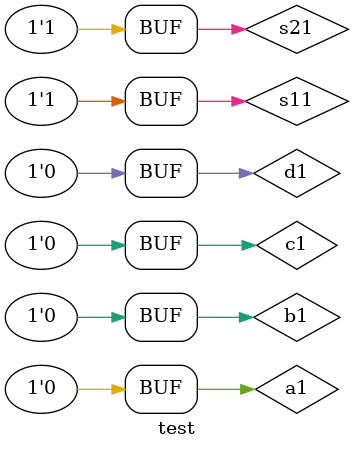
<source format=v>
module mux41(s1,s2,a,b,c,d,x);
    input s1,s2,a,b,c,d;
    output x;
    assign x=~s1&~s2&a|~s1&s2&b|s1&~s2&c|s1&s2&d;
endmodule
module test;
    reg s11,s21,a1,b1,c1,d1;
    wire x1;
    mux41 mm(s11,s21,a1,b1,c1,d1,x1);
    initial begin
        //$dumpfile("dum1.vcd");
        //$dumpvars(0,test);
        $display("s1\ts2\ta\tb\tc\td\tx");
        $monitor("%b\t%b\t%b\t%b\t%b\t%b\t%b\t",s11,s21,a1,b1,c1,d1,x1);
        a1=1;b1=0;c1=0;d1=0; s11=0;s21=0;       
        #100 a1=0;b1=1;c1=0;d1=0;s11=0;s21=1;
        #100 a1=0;b1=0;c1=1;d1=0;s11=1;s21=0;
        #100 a1=0;b1=0;c1=0;d1=0;s11=1;s21=1;
    end
endmodule
</source>
